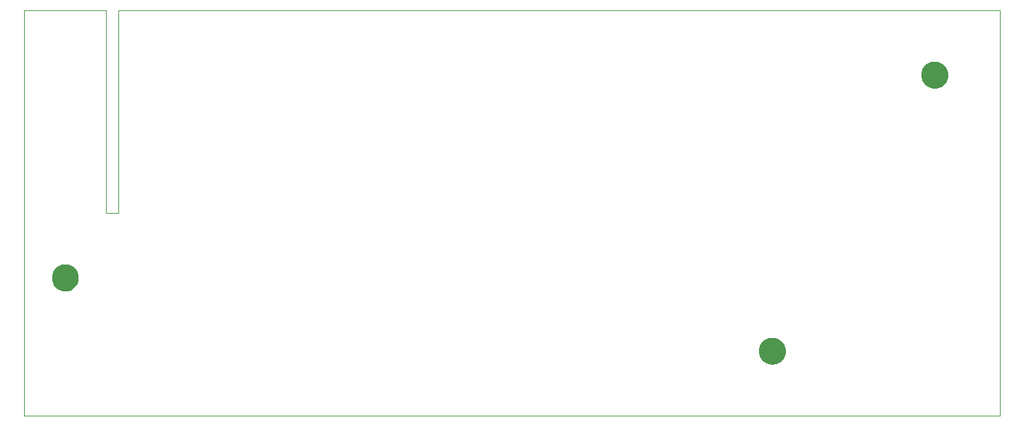
<source format=gbs>
G75*
G70*
%OFA0B0*%
%FSLAX24Y24*%
%IPPOS*%
%LPD*%
%AMOC8*
5,1,8,0,0,1.08239X$1,22.5*
%
%ADD10C,0.0000*%
%ADD11C,0.1300*%
D10*
X000204Y000467D02*
X000204Y020152D01*
X004141Y020152D01*
X004141Y010310D01*
X004771Y010310D01*
X004771Y020152D01*
X047448Y020152D01*
X047448Y000467D01*
X000204Y000467D01*
X001543Y007160D02*
X001545Y007210D01*
X001551Y007260D01*
X001561Y007309D01*
X001575Y007357D01*
X001592Y007404D01*
X001613Y007449D01*
X001638Y007493D01*
X001666Y007534D01*
X001698Y007573D01*
X001732Y007610D01*
X001769Y007644D01*
X001809Y007674D01*
X001851Y007701D01*
X001895Y007725D01*
X001941Y007746D01*
X001988Y007762D01*
X002036Y007775D01*
X002086Y007784D01*
X002135Y007789D01*
X002186Y007790D01*
X002236Y007787D01*
X002285Y007780D01*
X002334Y007769D01*
X002382Y007754D01*
X002428Y007736D01*
X002473Y007714D01*
X002516Y007688D01*
X002557Y007659D01*
X002596Y007627D01*
X002632Y007592D01*
X002664Y007554D01*
X002694Y007514D01*
X002721Y007471D01*
X002744Y007427D01*
X002763Y007381D01*
X002779Y007333D01*
X002791Y007284D01*
X002799Y007235D01*
X002803Y007185D01*
X002803Y007135D01*
X002799Y007085D01*
X002791Y007036D01*
X002779Y006987D01*
X002763Y006939D01*
X002744Y006893D01*
X002721Y006849D01*
X002694Y006806D01*
X002664Y006766D01*
X002632Y006728D01*
X002596Y006693D01*
X002557Y006661D01*
X002516Y006632D01*
X002473Y006606D01*
X002428Y006584D01*
X002382Y006566D01*
X002334Y006551D01*
X002285Y006540D01*
X002236Y006533D01*
X002186Y006530D01*
X002135Y006531D01*
X002086Y006536D01*
X002036Y006545D01*
X001988Y006558D01*
X001941Y006574D01*
X001895Y006595D01*
X001851Y006619D01*
X001809Y006646D01*
X001769Y006676D01*
X001732Y006710D01*
X001698Y006747D01*
X001666Y006786D01*
X001638Y006827D01*
X001613Y006871D01*
X001592Y006916D01*
X001575Y006963D01*
X001561Y007011D01*
X001551Y007060D01*
X001545Y007110D01*
X001543Y007160D01*
X035795Y003617D02*
X035797Y003667D01*
X035803Y003717D01*
X035813Y003766D01*
X035827Y003814D01*
X035844Y003861D01*
X035865Y003906D01*
X035890Y003950D01*
X035918Y003991D01*
X035950Y004030D01*
X035984Y004067D01*
X036021Y004101D01*
X036061Y004131D01*
X036103Y004158D01*
X036147Y004182D01*
X036193Y004203D01*
X036240Y004219D01*
X036288Y004232D01*
X036338Y004241D01*
X036387Y004246D01*
X036438Y004247D01*
X036488Y004244D01*
X036537Y004237D01*
X036586Y004226D01*
X036634Y004211D01*
X036680Y004193D01*
X036725Y004171D01*
X036768Y004145D01*
X036809Y004116D01*
X036848Y004084D01*
X036884Y004049D01*
X036916Y004011D01*
X036946Y003971D01*
X036973Y003928D01*
X036996Y003884D01*
X037015Y003838D01*
X037031Y003790D01*
X037043Y003741D01*
X037051Y003692D01*
X037055Y003642D01*
X037055Y003592D01*
X037051Y003542D01*
X037043Y003493D01*
X037031Y003444D01*
X037015Y003396D01*
X036996Y003350D01*
X036973Y003306D01*
X036946Y003263D01*
X036916Y003223D01*
X036884Y003185D01*
X036848Y003150D01*
X036809Y003118D01*
X036768Y003089D01*
X036725Y003063D01*
X036680Y003041D01*
X036634Y003023D01*
X036586Y003008D01*
X036537Y002997D01*
X036488Y002990D01*
X036438Y002987D01*
X036387Y002988D01*
X036338Y002993D01*
X036288Y003002D01*
X036240Y003015D01*
X036193Y003031D01*
X036147Y003052D01*
X036103Y003076D01*
X036061Y003103D01*
X036021Y003133D01*
X035984Y003167D01*
X035950Y003204D01*
X035918Y003243D01*
X035890Y003284D01*
X035865Y003328D01*
X035844Y003373D01*
X035827Y003420D01*
X035813Y003468D01*
X035803Y003517D01*
X035797Y003567D01*
X035795Y003617D01*
X043669Y017003D02*
X043671Y017053D01*
X043677Y017103D01*
X043687Y017152D01*
X043701Y017200D01*
X043718Y017247D01*
X043739Y017292D01*
X043764Y017336D01*
X043792Y017377D01*
X043824Y017416D01*
X043858Y017453D01*
X043895Y017487D01*
X043935Y017517D01*
X043977Y017544D01*
X044021Y017568D01*
X044067Y017589D01*
X044114Y017605D01*
X044162Y017618D01*
X044212Y017627D01*
X044261Y017632D01*
X044312Y017633D01*
X044362Y017630D01*
X044411Y017623D01*
X044460Y017612D01*
X044508Y017597D01*
X044554Y017579D01*
X044599Y017557D01*
X044642Y017531D01*
X044683Y017502D01*
X044722Y017470D01*
X044758Y017435D01*
X044790Y017397D01*
X044820Y017357D01*
X044847Y017314D01*
X044870Y017270D01*
X044889Y017224D01*
X044905Y017176D01*
X044917Y017127D01*
X044925Y017078D01*
X044929Y017028D01*
X044929Y016978D01*
X044925Y016928D01*
X044917Y016879D01*
X044905Y016830D01*
X044889Y016782D01*
X044870Y016736D01*
X044847Y016692D01*
X044820Y016649D01*
X044790Y016609D01*
X044758Y016571D01*
X044722Y016536D01*
X044683Y016504D01*
X044642Y016475D01*
X044599Y016449D01*
X044554Y016427D01*
X044508Y016409D01*
X044460Y016394D01*
X044411Y016383D01*
X044362Y016376D01*
X044312Y016373D01*
X044261Y016374D01*
X044212Y016379D01*
X044162Y016388D01*
X044114Y016401D01*
X044067Y016417D01*
X044021Y016438D01*
X043977Y016462D01*
X043935Y016489D01*
X043895Y016519D01*
X043858Y016553D01*
X043824Y016590D01*
X043792Y016629D01*
X043764Y016670D01*
X043739Y016714D01*
X043718Y016759D01*
X043701Y016806D01*
X043687Y016854D01*
X043677Y016903D01*
X043671Y016953D01*
X043669Y017003D01*
D11*
X044299Y017003D03*
X036425Y003617D03*
X002173Y007160D03*
M02*

</source>
